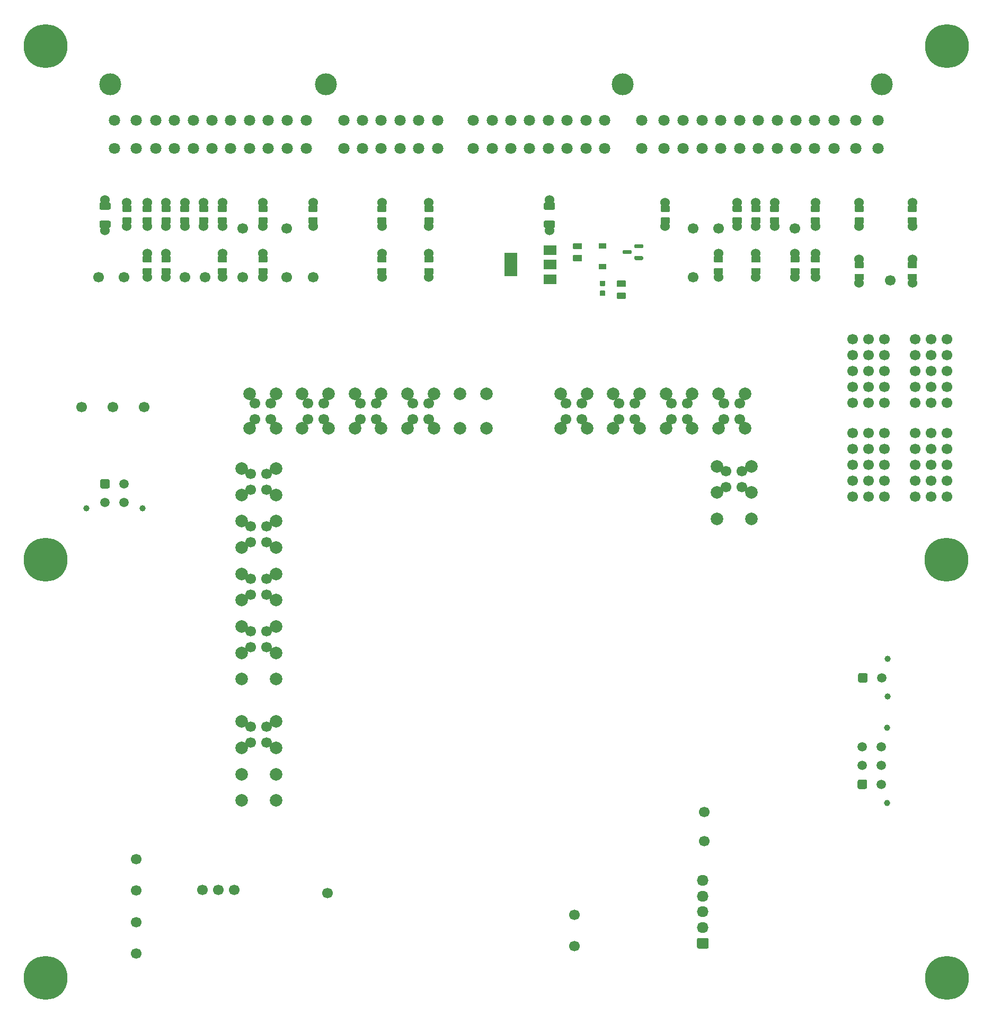
<source format=gts>
G04 #@! TF.GenerationSoftware,KiCad,Pcbnew,7.0.11-7.0.11~ubuntu22.04.1*
G04 #@! TF.CreationDate,2024-03-13T00:30:15+00:00*
G04 #@! TF.ProjectId,uaefi-adapter-NA-90-95,75616566-692d-4616-9461-707465722d4e,rev?*
G04 #@! TF.SameCoordinates,Original*
G04 #@! TF.FileFunction,Soldermask,Top*
G04 #@! TF.FilePolarity,Negative*
%FSLAX46Y46*%
G04 Gerber Fmt 4.6, Leading zero omitted, Abs format (unit mm)*
G04 Created by KiCad (PCBNEW 7.0.11-7.0.11~ubuntu22.04.1) date 2024-03-13 00:30:15*
%MOMM*%
%LPD*%
G01*
G04 APERTURE LIST*
%ADD10C,1.524000*%
%ADD11C,1.700000*%
%ADD12C,1.000000*%
%ADD13C,1.500000*%
%ADD14C,7.000000*%
%ADD15C,3.500120*%
%ADD16C,1.800000*%
%ADD17C,2.000000*%
%ADD18O,1.850000X1.700000*%
%ADD19R,2.000000X1.500000*%
%ADD20R,2.000000X3.800000*%
G04 APERTURE END LIST*
D10*
G04 #@! TO.C,R17*
X30750000Y125595000D03*
G36*
G01*
X31375000Y126049999D02*
X30125000Y126049999D01*
G75*
G02*
X30025000Y126149999I0J100000D01*
G01*
X30025000Y126949999D01*
G75*
G02*
X30125000Y127049999I100000J0D01*
G01*
X31375000Y127049999D01*
G75*
G02*
X31475000Y126949999I0J-100000D01*
G01*
X31475000Y126149999D01*
G75*
G02*
X31375000Y126049999I-100000J0D01*
G01*
G37*
G36*
G01*
X31375000Y127950021D02*
X30125000Y127950021D01*
G75*
G02*
X30025000Y128050021I0J100000D01*
G01*
X30025000Y128850021D01*
G75*
G02*
X30125000Y128950021I100000J0D01*
G01*
X31375000Y128950021D01*
G75*
G02*
X31475000Y128850021I0J-100000D01*
G01*
X31475000Y128050021D01*
G75*
G02*
X31375000Y127950021I-100000J0D01*
G01*
G37*
X30750000Y129405000D03*
G04 #@! TD*
G04 #@! TO.C,R15*
X24750000Y125595000D03*
G36*
G01*
X25375000Y126049999D02*
X24125000Y126049999D01*
G75*
G02*
X24025000Y126149999I0J100000D01*
G01*
X24025000Y126949999D01*
G75*
G02*
X24125000Y127049999I100000J0D01*
G01*
X25375000Y127049999D01*
G75*
G02*
X25475000Y126949999I0J-100000D01*
G01*
X25475000Y126149999D01*
G75*
G02*
X25375000Y126049999I-100000J0D01*
G01*
G37*
G36*
G01*
X25375000Y127950021D02*
X24125000Y127950021D01*
G75*
G02*
X24025000Y128050021I0J100000D01*
G01*
X24025000Y128850021D01*
G75*
G02*
X24125000Y128950021I100000J0D01*
G01*
X25375000Y128950021D01*
G75*
G02*
X25475000Y128850021I0J-100000D01*
G01*
X25475000Y128050021D01*
G75*
G02*
X25375000Y127950021I-100000J0D01*
G01*
G37*
X24750000Y129405000D03*
G04 #@! TD*
D11*
G04 #@! TO.C,P11*
X48250000Y117500000D03*
G04 #@! TD*
D10*
G04 #@! TO.C,R58*
X119000000Y125595000D03*
G36*
G01*
X119625000Y126049999D02*
X118375000Y126049999D01*
G75*
G02*
X118275000Y126149999I0J100000D01*
G01*
X118275000Y126949999D01*
G75*
G02*
X118375000Y127049999I100000J0D01*
G01*
X119625000Y127049999D01*
G75*
G02*
X119725000Y126949999I0J-100000D01*
G01*
X119725000Y126149999D01*
G75*
G02*
X119625000Y126049999I-100000J0D01*
G01*
G37*
G36*
G01*
X119625000Y127950021D02*
X118375000Y127950021D01*
G75*
G02*
X118275000Y128050021I0J100000D01*
G01*
X118275000Y128850021D01*
G75*
G02*
X118375000Y128950021I100000J0D01*
G01*
X119625000Y128950021D01*
G75*
G02*
X119725000Y128850021I0J-100000D01*
G01*
X119725000Y128050021D01*
G75*
G02*
X119625000Y127950021I-100000J0D01*
G01*
G37*
X119000000Y129405000D03*
G04 #@! TD*
D11*
G04 #@! TO.C,P3*
X20000000Y19500000D03*
G04 #@! TD*
G04 #@! TO.C,P_D5*
X109000000Y117500000D03*
G04 #@! TD*
D10*
G04 #@! TO.C,R57*
X116000000Y125595000D03*
G36*
G01*
X116625000Y126049999D02*
X115375000Y126049999D01*
G75*
G02*
X115275000Y126149999I0J100000D01*
G01*
X115275000Y126949999D01*
G75*
G02*
X115375000Y127049999I100000J0D01*
G01*
X116625000Y127049999D01*
G75*
G02*
X116725000Y126949999I0J-100000D01*
G01*
X116725000Y126149999D01*
G75*
G02*
X116625000Y126049999I-100000J0D01*
G01*
G37*
G36*
G01*
X116625000Y127950021D02*
X115375000Y127950021D01*
G75*
G02*
X115275000Y128050021I0J100000D01*
G01*
X115275000Y128850021D01*
G75*
G02*
X115375000Y128950021I100000J0D01*
G01*
X116625000Y128950021D01*
G75*
G02*
X116725000Y128850021I0J-100000D01*
G01*
X116725000Y128050021D01*
G75*
G02*
X116625000Y127950021I-100000J0D01*
G01*
G37*
X116000000Y129405000D03*
G04 #@! TD*
G04 #@! TO.C,R22*
X48250000Y125595000D03*
G36*
G01*
X48875000Y126049999D02*
X47625000Y126049999D01*
G75*
G02*
X47525000Y126149999I0J100000D01*
G01*
X47525000Y126949999D01*
G75*
G02*
X47625000Y127049999I100000J0D01*
G01*
X48875000Y127049999D01*
G75*
G02*
X48975000Y126949999I0J-100000D01*
G01*
X48975000Y126149999D01*
G75*
G02*
X48875000Y126049999I-100000J0D01*
G01*
G37*
G36*
G01*
X48875000Y127950021D02*
X47625000Y127950021D01*
G75*
G02*
X47525000Y128050021I0J100000D01*
G01*
X47525000Y128850021D01*
G75*
G02*
X47625000Y128950021I100000J0D01*
G01*
X48875000Y128950021D01*
G75*
G02*
X48975000Y128850021I0J-100000D01*
G01*
X48975000Y128050021D01*
G75*
G02*
X48875000Y127950021I-100000J0D01*
G01*
G37*
X48250000Y129405000D03*
G04 #@! TD*
G04 #@! TO.C,R46*
X125250000Y117500000D03*
G36*
G01*
X125875000Y117954999D02*
X124625000Y117954999D01*
G75*
G02*
X124525000Y118054999I0J100000D01*
G01*
X124525000Y118854999D01*
G75*
G02*
X124625000Y118954999I100000J0D01*
G01*
X125875000Y118954999D01*
G75*
G02*
X125975000Y118854999I0J-100000D01*
G01*
X125975000Y118054999D01*
G75*
G02*
X125875000Y117954999I-100000J0D01*
G01*
G37*
G36*
G01*
X125875000Y119855021D02*
X124625000Y119855021D01*
G75*
G02*
X124525000Y119955021I0J100000D01*
G01*
X124525000Y120755021D01*
G75*
G02*
X124625000Y120855021I100000J0D01*
G01*
X125875000Y120855021D01*
G75*
G02*
X125975000Y120755021I0J-100000D01*
G01*
X125975000Y119955021D01*
G75*
G02*
X125875000Y119855021I-100000J0D01*
G01*
G37*
X125250000Y121310000D03*
G04 #@! TD*
G04 #@! TO.C,R9*
X40250000Y117500000D03*
G36*
G01*
X40875000Y117954999D02*
X39625000Y117954999D01*
G75*
G02*
X39525000Y118054999I0J100000D01*
G01*
X39525000Y118854999D01*
G75*
G02*
X39625000Y118954999I100000J0D01*
G01*
X40875000Y118954999D01*
G75*
G02*
X40975000Y118854999I0J-100000D01*
G01*
X40975000Y118054999D01*
G75*
G02*
X40875000Y117954999I-100000J0D01*
G01*
G37*
G36*
G01*
X40875000Y119855021D02*
X39625000Y119855021D01*
G75*
G02*
X39525000Y119955021I0J100000D01*
G01*
X39525000Y120755021D01*
G75*
G02*
X39625000Y120855021I100000J0D01*
G01*
X40875000Y120855021D01*
G75*
G02*
X40975000Y120755021I0J-100000D01*
G01*
X40975000Y119955021D01*
G75*
G02*
X40875000Y119855021I-100000J0D01*
G01*
G37*
X40250000Y121310000D03*
G04 #@! TD*
D11*
G04 #@! TO.C,P12*
X14000000Y117500000D03*
G04 #@! TD*
D10*
G04 #@! TO.C,R49_51*
X135500000Y116595000D03*
G36*
G01*
X136125000Y117049999D02*
X134875000Y117049999D01*
G75*
G02*
X134775000Y117149999I0J100000D01*
G01*
X134775000Y117949999D01*
G75*
G02*
X134875000Y118049999I100000J0D01*
G01*
X136125000Y118049999D01*
G75*
G02*
X136225000Y117949999I0J-100000D01*
G01*
X136225000Y117149999D01*
G75*
G02*
X136125000Y117049999I-100000J0D01*
G01*
G37*
G36*
G01*
X136125000Y118950021D02*
X134875000Y118950021D01*
G75*
G02*
X134775000Y119050021I0J100000D01*
G01*
X134775000Y119850021D01*
G75*
G02*
X134875000Y119950021I100000J0D01*
G01*
X136125000Y119950021D01*
G75*
G02*
X136225000Y119850021I0J-100000D01*
G01*
X136225000Y119050021D01*
G75*
G02*
X136125000Y118950021I-100000J0D01*
G01*
G37*
X135500000Y120405000D03*
G04 #@! TD*
D11*
G04 #@! TO.C,P63*
X140500000Y117000000D03*
G04 #@! TD*
G04 #@! TO.C,P9*
X20000000Y9500000D03*
G04 #@! TD*
D10*
G04 #@! TO.C,R3*
X21750000Y117500000D03*
G36*
G01*
X22375000Y117954999D02*
X21125000Y117954999D01*
G75*
G02*
X21025000Y118054999I0J100000D01*
G01*
X21025000Y118854999D01*
G75*
G02*
X21125000Y118954999I100000J0D01*
G01*
X22375000Y118954999D01*
G75*
G02*
X22475000Y118854999I0J-100000D01*
G01*
X22475000Y118054999D01*
G75*
G02*
X22375000Y117954999I-100000J0D01*
G01*
G37*
G36*
G01*
X22375000Y119855021D02*
X21125000Y119855021D01*
G75*
G02*
X21025000Y119955021I0J100000D01*
G01*
X21025000Y120755021D01*
G75*
G02*
X21125000Y120855021I100000J0D01*
G01*
X22375000Y120855021D01*
G75*
G02*
X22475000Y120755021I0J-100000D01*
G01*
X22475000Y119955021D01*
G75*
G02*
X22375000Y119855021I-100000J0D01*
G01*
G37*
X21750000Y121310000D03*
G04 #@! TD*
G04 #@! TO.C,R18*
X33750000Y125595000D03*
G36*
G01*
X34375000Y126049999D02*
X33125000Y126049999D01*
G75*
G02*
X33025000Y126149999I0J100000D01*
G01*
X33025000Y126949999D01*
G75*
G02*
X33125000Y127049999I100000J0D01*
G01*
X34375000Y127049999D01*
G75*
G02*
X34475000Y126949999I0J-100000D01*
G01*
X34475000Y126149999D01*
G75*
G02*
X34375000Y126049999I-100000J0D01*
G01*
G37*
G36*
G01*
X34375000Y127950021D02*
X33125000Y127950021D01*
G75*
G02*
X33025000Y128050021I0J100000D01*
G01*
X33025000Y128850021D01*
G75*
G02*
X33125000Y128950021I100000J0D01*
G01*
X34375000Y128950021D01*
G75*
G02*
X34475000Y128850021I0J-100000D01*
G01*
X34475000Y128050021D01*
G75*
G02*
X34375000Y127950021I-100000J0D01*
G01*
G37*
X33750000Y129405000D03*
G04 #@! TD*
D11*
G04 #@! TO.C,P6*
X31000000Y117500000D03*
G04 #@! TD*
D10*
G04 #@! TO.C,R20*
X40250000Y125595000D03*
G36*
G01*
X40875000Y126049999D02*
X39625000Y126049999D01*
G75*
G02*
X39525000Y126149999I0J100000D01*
G01*
X39525000Y126949999D01*
G75*
G02*
X39625000Y127049999I100000J0D01*
G01*
X40875000Y127049999D01*
G75*
G02*
X40975000Y126949999I0J-100000D01*
G01*
X40975000Y126149999D01*
G75*
G02*
X40875000Y126049999I-100000J0D01*
G01*
G37*
G36*
G01*
X40875000Y127950021D02*
X39625000Y127950021D01*
G75*
G02*
X39525000Y128050021I0J100000D01*
G01*
X39525000Y128850021D01*
G75*
G02*
X39625000Y128950021I100000J0D01*
G01*
X40875000Y128950021D01*
G75*
G02*
X40975000Y128850021I0J-100000D01*
G01*
X40975000Y128050021D01*
G75*
G02*
X40875000Y127950021I-100000J0D01*
G01*
G37*
X40250000Y129405000D03*
G04 #@! TD*
G04 #@! TO.C,D1*
G36*
G01*
X93990000Y122950000D02*
X95010000Y122950000D01*
G75*
G02*
X95100000Y122860000I0J-90000D01*
G01*
X95100000Y122140000D01*
G75*
G02*
X95010000Y122050000I-90000J0D01*
G01*
X93990000Y122050000D01*
G75*
G02*
X93900000Y122140000I0J90000D01*
G01*
X93900000Y122860000D01*
G75*
G02*
X93990000Y122950000I90000J0D01*
G01*
G37*
G36*
G01*
X93990000Y119650000D02*
X95010000Y119650000D01*
G75*
G02*
X95100000Y119560000I0J-90000D01*
G01*
X95100000Y118840000D01*
G75*
G02*
X95010000Y118750000I-90000J0D01*
G01*
X93990000Y118750000D01*
G75*
G02*
X93900000Y118840000I0J90000D01*
G01*
X93900000Y119560000D01*
G75*
G02*
X93990000Y119650000I90000J0D01*
G01*
G37*
G04 #@! TD*
D12*
G04 #@! TO.C,J2*
X12000000Y80560000D03*
X21000000Y80560000D03*
G36*
G01*
X14250000Y84000001D02*
X14250000Y84999999D01*
G75*
G02*
X14500001Y85250000I250001J0D01*
G01*
X15499999Y85250000D01*
G75*
G02*
X15750000Y84999999I0J-250001D01*
G01*
X15750000Y84000001D01*
G75*
G02*
X15499999Y83750000I-250001J0D01*
G01*
X14500001Y83750000D01*
G75*
G02*
X14250000Y84000001I0J250001D01*
G01*
G37*
D13*
X18000000Y84500000D03*
X15000000Y81500000D03*
X18000000Y81500000D03*
G04 #@! TD*
D10*
G04 #@! TO.C,R46_61*
X122000000Y125595000D03*
G36*
G01*
X122625000Y126049999D02*
X121375000Y126049999D01*
G75*
G02*
X121275000Y126149999I0J100000D01*
G01*
X121275000Y126949999D01*
G75*
G02*
X121375000Y127049999I100000J0D01*
G01*
X122625000Y127049999D01*
G75*
G02*
X122725000Y126949999I0J-100000D01*
G01*
X122725000Y126149999D01*
G75*
G02*
X122625000Y126049999I-100000J0D01*
G01*
G37*
G36*
G01*
X122625000Y127950021D02*
X121375000Y127950021D01*
G75*
G02*
X121275000Y128050021I0J100000D01*
G01*
X121275000Y128850021D01*
G75*
G02*
X121375000Y128950021I100000J0D01*
G01*
X122625000Y128950021D01*
G75*
G02*
X122725000Y128850021I0J-100000D01*
G01*
X122725000Y128050021D01*
G75*
G02*
X122625000Y127950021I-100000J0D01*
G01*
G37*
X122000000Y129405000D03*
G04 #@! TD*
G04 #@! TO.C,R45*
X119000000Y117500000D03*
G36*
G01*
X119625000Y117954999D02*
X118375000Y117954999D01*
G75*
G02*
X118275000Y118054999I0J100000D01*
G01*
X118275000Y118854999D01*
G75*
G02*
X118375000Y118954999I100000J0D01*
G01*
X119625000Y118954999D01*
G75*
G02*
X119725000Y118854999I0J-100000D01*
G01*
X119725000Y118054999D01*
G75*
G02*
X119625000Y117954999I-100000J0D01*
G01*
G37*
G36*
G01*
X119625000Y119855021D02*
X118375000Y119855021D01*
G75*
G02*
X118275000Y119955021I0J100000D01*
G01*
X118275000Y120755021D01*
G75*
G02*
X118375000Y120855021I100000J0D01*
G01*
X119625000Y120855021D01*
G75*
G02*
X119725000Y120755021I0J-100000D01*
G01*
X119725000Y119955021D01*
G75*
G02*
X119625000Y119855021I-100000J0D01*
G01*
G37*
X119000000Y121310000D03*
G04 #@! TD*
D11*
G04 #@! TO.C,P_C11*
X21250000Y96750000D03*
G04 #@! TD*
G04 #@! TO.C,P10*
X44000000Y117500000D03*
G04 #@! TD*
D10*
G04 #@! TO.C,R51*
X144000000Y116595000D03*
G36*
G01*
X144625000Y117049999D02*
X143375000Y117049999D01*
G75*
G02*
X143275000Y117149999I0J100000D01*
G01*
X143275000Y117949999D01*
G75*
G02*
X143375000Y118049999I100000J0D01*
G01*
X144625000Y118049999D01*
G75*
G02*
X144725000Y117949999I0J-100000D01*
G01*
X144725000Y117149999D01*
G75*
G02*
X144625000Y117049999I-100000J0D01*
G01*
G37*
G36*
G01*
X144625000Y118950021D02*
X143375000Y118950021D01*
G75*
G02*
X143275000Y119050021I0J100000D01*
G01*
X143275000Y119850021D01*
G75*
G02*
X143375000Y119950021I100000J0D01*
G01*
X144625000Y119950021D01*
G75*
G02*
X144725000Y119850021I0J-100000D01*
G01*
X144725000Y119050021D01*
G75*
G02*
X144625000Y118950021I-100000J0D01*
G01*
G37*
X144000000Y120405000D03*
G04 #@! TD*
D11*
G04 #@! TO.C,G9*
X144460000Y97420000D03*
X144460000Y99960000D03*
X144460000Y102500000D03*
X144460000Y105040000D03*
X144460000Y107580000D03*
X147000000Y97420000D03*
X147000000Y99960000D03*
X147000000Y102500000D03*
X147000000Y105040000D03*
X147000000Y107580000D03*
X149540000Y97420000D03*
X149540000Y99960000D03*
X149540000Y102500000D03*
X149540000Y105040000D03*
X149540000Y107580000D03*
G04 #@! TD*
D10*
G04 #@! TO.C,R43*
X113000000Y117500000D03*
G36*
G01*
X113625000Y117954999D02*
X112375000Y117954999D01*
G75*
G02*
X112275000Y118054999I0J100000D01*
G01*
X112275000Y118854999D01*
G75*
G02*
X112375000Y118954999I100000J0D01*
G01*
X113625000Y118954999D01*
G75*
G02*
X113725000Y118854999I0J-100000D01*
G01*
X113725000Y118054999D01*
G75*
G02*
X113625000Y117954999I-100000J0D01*
G01*
G37*
G36*
G01*
X113625000Y119855021D02*
X112375000Y119855021D01*
G75*
G02*
X112275000Y119955021I0J100000D01*
G01*
X112275000Y120755021D01*
G75*
G02*
X112375000Y120855021I100000J0D01*
G01*
X113625000Y120855021D01*
G75*
G02*
X113725000Y120755021I0J-100000D01*
G01*
X113725000Y119955021D01*
G75*
G02*
X113625000Y119855021I-100000J0D01*
G01*
G37*
X113000000Y121310000D03*
G04 #@! TD*
G04 #@! TO.C,D2*
G36*
G01*
X101025000Y120700000D02*
X101025000Y120400000D01*
G75*
G02*
X100875000Y120250000I-150000J0D01*
G01*
X99700000Y120250000D01*
G75*
G02*
X99550000Y120400000I0J150000D01*
G01*
X99550000Y120700000D01*
G75*
G02*
X99700000Y120850000I150000J0D01*
G01*
X100875000Y120850000D01*
G75*
G02*
X101025000Y120700000I0J-150000D01*
G01*
G37*
G36*
G01*
X99150000Y121650000D02*
X99150000Y121350000D01*
G75*
G02*
X99000000Y121200000I-150000J0D01*
G01*
X97825000Y121200000D01*
G75*
G02*
X97675000Y121350000I0J150000D01*
G01*
X97675000Y121650000D01*
G75*
G02*
X97825000Y121800000I150000J0D01*
G01*
X99000000Y121800000D01*
G75*
G02*
X99150000Y121650000I0J-150000D01*
G01*
G37*
G36*
G01*
X101025000Y122600000D02*
X101025000Y122300000D01*
G75*
G02*
X100875000Y122150000I-150000J0D01*
G01*
X99700000Y122150000D01*
G75*
G02*
X99550000Y122300000I0J150000D01*
G01*
X99550000Y122600000D01*
G75*
G02*
X99700000Y122750000I150000J0D01*
G01*
X100875000Y122750000D01*
G75*
G02*
X101025000Y122600000I0J-150000D01*
G01*
G37*
G04 #@! TD*
D12*
G04 #@! TO.C,J1*
X139940000Y33500000D03*
X139940000Y45500000D03*
G36*
G01*
X136499999Y35750000D02*
X135500001Y35750000D01*
G75*
G02*
X135250000Y36000001I0J250001D01*
G01*
X135250000Y36999999D01*
G75*
G02*
X135500001Y37250000I250001J0D01*
G01*
X136499999Y37250000D01*
G75*
G02*
X136750000Y36999999I0J-250001D01*
G01*
X136750000Y36000001D01*
G75*
G02*
X136499999Y35750000I-250001J0D01*
G01*
G37*
D13*
X136000000Y39500000D03*
X136000000Y42500000D03*
X139000000Y36500000D03*
X139000000Y39500000D03*
X139000000Y42500000D03*
G04 #@! TD*
D14*
G04 #@! TO.C,J16*
X149500001Y154400001D03*
G04 #@! TD*
G04 #@! TO.C,R1*
G36*
G01*
X89875000Y122950001D02*
X91125000Y122950001D01*
G75*
G02*
X91225000Y122850001I0J-100000D01*
G01*
X91225000Y122050001D01*
G75*
G02*
X91125000Y121950001I-100000J0D01*
G01*
X89875000Y121950001D01*
G75*
G02*
X89775000Y122050001I0J100000D01*
G01*
X89775000Y122850001D01*
G75*
G02*
X89875000Y122950001I100000J0D01*
G01*
G37*
G36*
G01*
X89875000Y121049979D02*
X91125000Y121049979D01*
G75*
G02*
X91225000Y120949979I0J-100000D01*
G01*
X91225000Y120149979D01*
G75*
G02*
X91125000Y120049979I-100000J0D01*
G01*
X89875000Y120049979D01*
G75*
G02*
X89775000Y120149979I0J100000D01*
G01*
X89775000Y120949979D01*
G75*
G02*
X89875000Y121049979I100000J0D01*
G01*
G37*
G04 #@! TD*
G04 #@! TO.C,J17*
X5500001Y72400001D03*
G04 #@! TD*
D10*
G04 #@! TO.C,R16*
X27750000Y125595000D03*
G36*
G01*
X28375000Y126049999D02*
X27125000Y126049999D01*
G75*
G02*
X27025000Y126149999I0J100000D01*
G01*
X27025000Y126949999D01*
G75*
G02*
X27125000Y127049999I100000J0D01*
G01*
X28375000Y127049999D01*
G75*
G02*
X28475000Y126949999I0J-100000D01*
G01*
X28475000Y126149999D01*
G75*
G02*
X28375000Y126049999I-100000J0D01*
G01*
G37*
G36*
G01*
X28375000Y127950021D02*
X27125000Y127950021D01*
G75*
G02*
X27025000Y128050021I0J100000D01*
G01*
X27025000Y128850021D01*
G75*
G02*
X27125000Y128950021I100000J0D01*
G01*
X28375000Y128950021D01*
G75*
G02*
X28475000Y128850021I0J-100000D01*
G01*
X28475000Y128050021D01*
G75*
G02*
X28375000Y127950021I-100000J0D01*
G01*
G37*
X27750000Y129405000D03*
G04 #@! TD*
G04 #@! TO.C,R48*
X128500000Y117500000D03*
G36*
G01*
X129125000Y117954999D02*
X127875000Y117954999D01*
G75*
G02*
X127775000Y118054999I0J100000D01*
G01*
X127775000Y118854999D01*
G75*
G02*
X127875000Y118954999I100000J0D01*
G01*
X129125000Y118954999D01*
G75*
G02*
X129225000Y118854999I0J-100000D01*
G01*
X129225000Y118054999D01*
G75*
G02*
X129125000Y117954999I-100000J0D01*
G01*
G37*
G36*
G01*
X129125000Y119855021D02*
X127875000Y119855021D01*
G75*
G02*
X127775000Y119955021I0J100000D01*
G01*
X127775000Y120755021D01*
G75*
G02*
X127875000Y120855021I100000J0D01*
G01*
X129125000Y120855021D01*
G75*
G02*
X129225000Y120755021I0J-100000D01*
G01*
X129225000Y119955021D01*
G75*
G02*
X129125000Y119855021I-100000J0D01*
G01*
G37*
X128500000Y121310000D03*
G04 #@! TD*
G04 #@! TO.C,C1*
G36*
G01*
X94840000Y114494998D02*
X94160000Y114494998D01*
G75*
G02*
X94075000Y114579998I0J85000D01*
G01*
X94075000Y115259998D01*
G75*
G02*
X94160000Y115344998I85000J0D01*
G01*
X94840000Y115344998D01*
G75*
G02*
X94925000Y115259998I0J-85000D01*
G01*
X94925000Y114579998D01*
G75*
G02*
X94840000Y114494998I-85000J0D01*
G01*
G37*
G36*
G01*
X94840000Y116075000D02*
X94160000Y116075000D01*
G75*
G02*
X94075000Y116160000I0J85000D01*
G01*
X94075000Y116840000D01*
G75*
G02*
X94160000Y116925000I85000J0D01*
G01*
X94840000Y116925000D01*
G75*
G02*
X94925000Y116840000I0J-85000D01*
G01*
X94925000Y116160000D01*
G75*
G02*
X94840000Y116075000I-85000J0D01*
G01*
G37*
G04 #@! TD*
G04 #@! TO.C,R14*
X21750000Y125595000D03*
G36*
G01*
X22375000Y126049999D02*
X21125000Y126049999D01*
G75*
G02*
X21025000Y126149999I0J100000D01*
G01*
X21025000Y126949999D01*
G75*
G02*
X21125000Y127049999I100000J0D01*
G01*
X22375000Y127049999D01*
G75*
G02*
X22475000Y126949999I0J-100000D01*
G01*
X22475000Y126149999D01*
G75*
G02*
X22375000Y126049999I-100000J0D01*
G01*
G37*
G36*
G01*
X22375000Y127950021D02*
X21125000Y127950021D01*
G75*
G02*
X21025000Y128050021I0J100000D01*
G01*
X21025000Y128850021D01*
G75*
G02*
X21125000Y128950021I100000J0D01*
G01*
X22375000Y128950021D01*
G75*
G02*
X22475000Y128850021I0J-100000D01*
G01*
X22475000Y128050021D01*
G75*
G02*
X22375000Y127950021I-100000J0D01*
G01*
G37*
X21750000Y129405000D03*
G04 #@! TD*
G04 #@! TO.C,R68*
X59250000Y117500000D03*
G36*
G01*
X59875000Y117954999D02*
X58625000Y117954999D01*
G75*
G02*
X58525000Y118054999I0J100000D01*
G01*
X58525000Y118854999D01*
G75*
G02*
X58625000Y118954999I100000J0D01*
G01*
X59875000Y118954999D01*
G75*
G02*
X59975000Y118854999I0J-100000D01*
G01*
X59975000Y118054999D01*
G75*
G02*
X59875000Y117954999I-100000J0D01*
G01*
G37*
G36*
G01*
X59875000Y119855021D02*
X58625000Y119855021D01*
G75*
G02*
X58525000Y119955021I0J100000D01*
G01*
X58525000Y120755021D01*
G75*
G02*
X58625000Y120855021I100000J0D01*
G01*
X59875000Y120855021D01*
G75*
G02*
X59975000Y120755021I0J-100000D01*
G01*
X59975000Y119955021D01*
G75*
G02*
X59875000Y119855021I-100000J0D01*
G01*
G37*
X59250000Y121310000D03*
G04 #@! TD*
D11*
G04 #@! TO.C,P2*
X18000000Y117500000D03*
G04 #@! TD*
G04 #@! TO.C,P_C12*
X16250000Y96750000D03*
G04 #@! TD*
D10*
G04 #@! TO.C,F12*
X15000000Y129855000D03*
G36*
G01*
X14100000Y128510010D02*
X14100000Y129200010D01*
G75*
G02*
X14330000Y129430010I230000J0D01*
G01*
X15670000Y129430010D01*
G75*
G02*
X15900000Y129200010I0J-230000D01*
G01*
X15900000Y128510010D01*
G75*
G02*
X15670000Y128280010I-230000J0D01*
G01*
X14330000Y128280010D01*
G75*
G02*
X14100000Y128510010I0J230000D01*
G01*
G37*
G36*
G01*
X14100000Y125609990D02*
X14100000Y126299990D01*
G75*
G02*
X14330000Y126529990I230000J0D01*
G01*
X15670000Y126529990D01*
G75*
G02*
X15900000Y126299990I0J-230000D01*
G01*
X15900000Y125609990D01*
G75*
G02*
X15670000Y125379990I-230000J0D01*
G01*
X14330000Y125379990D01*
G75*
G02*
X14100000Y125609990I0J230000D01*
G01*
G37*
X15000000Y124955000D03*
G04 #@! TD*
D11*
G04 #@! TO.C,P55*
X109000000Y125250000D03*
G04 #@! TD*
D10*
G04 #@! TO.C,R4*
X24750000Y117500000D03*
G36*
G01*
X25375000Y117954999D02*
X24125000Y117954999D01*
G75*
G02*
X24025000Y118054999I0J100000D01*
G01*
X24025000Y118854999D01*
G75*
G02*
X24125000Y118954999I100000J0D01*
G01*
X25375000Y118954999D01*
G75*
G02*
X25475000Y118854999I0J-100000D01*
G01*
X25475000Y118054999D01*
G75*
G02*
X25375000Y117954999I-100000J0D01*
G01*
G37*
G36*
G01*
X25375000Y119855021D02*
X24125000Y119855021D01*
G75*
G02*
X24025000Y119955021I0J100000D01*
G01*
X24025000Y120755021D01*
G75*
G02*
X24125000Y120855021I100000J0D01*
G01*
X25375000Y120855021D01*
G75*
G02*
X25475000Y120755021I0J-100000D01*
G01*
X25475000Y119955021D01*
G75*
G02*
X25375000Y119855021I-100000J0D01*
G01*
G37*
X24750000Y121310000D03*
G04 #@! TD*
D11*
G04 #@! TO.C,G8*
X134460000Y97420000D03*
X134460000Y99960000D03*
X134460000Y102500000D03*
X134460000Y105040000D03*
X134460000Y107580000D03*
X137000000Y97420000D03*
X137000000Y99960000D03*
X137000000Y102500000D03*
X137000000Y105040000D03*
X137000000Y107580000D03*
X139540000Y97420000D03*
X139540000Y99960000D03*
X139540000Y102500000D03*
X139540000Y105040000D03*
X139540000Y107580000D03*
G04 #@! TD*
D10*
G04 #@! TO.C,R74*
X59250000Y125595000D03*
G36*
G01*
X59875000Y126049999D02*
X58625000Y126049999D01*
G75*
G02*
X58525000Y126149999I0J100000D01*
G01*
X58525000Y126949999D01*
G75*
G02*
X58625000Y127049999I100000J0D01*
G01*
X59875000Y127049999D01*
G75*
G02*
X59975000Y126949999I0J-100000D01*
G01*
X59975000Y126149999D01*
G75*
G02*
X59875000Y126049999I-100000J0D01*
G01*
G37*
G36*
G01*
X59875000Y127950021D02*
X58625000Y127950021D01*
G75*
G02*
X58525000Y128050021I0J100000D01*
G01*
X58525000Y128850021D01*
G75*
G02*
X58625000Y128950021I100000J0D01*
G01*
X59875000Y128950021D01*
G75*
G02*
X59975000Y128850021I0J-100000D01*
G01*
X59975000Y128050021D01*
G75*
G02*
X59875000Y127950021I-100000J0D01*
G01*
G37*
X59250000Y129405000D03*
G04 #@! TD*
D11*
G04 #@! TO.C,G10*
X134460000Y82420000D03*
X134460000Y84960000D03*
X134460000Y87500000D03*
X134460000Y90040000D03*
X134460000Y92580000D03*
X137000000Y82420000D03*
X137000000Y84960000D03*
X137000000Y87500000D03*
X137000000Y90040000D03*
X137000000Y92580000D03*
X139540000Y82420000D03*
X139540000Y84960000D03*
X139540000Y87500000D03*
X139540000Y90040000D03*
X139540000Y92580000D03*
G04 #@! TD*
D15*
G04 #@! TO.C,P1*
X15840981Y148279761D03*
X50290981Y148279761D03*
X97690981Y148279761D03*
X139140981Y148279761D03*
D16*
X16490981Y138079121D03*
X19988561Y138079121D03*
X23089901Y138079121D03*
X26089641Y138079121D03*
X29089381Y138079121D03*
X32089121Y138079121D03*
X35088861Y138079121D03*
X38088601Y138079121D03*
X41088341Y138079121D03*
X44088081Y138079121D03*
X47189421Y138079121D03*
X16490981Y142580001D03*
X19988561Y142580001D03*
X23089901Y142580001D03*
X26089641Y142580001D03*
X29089381Y142580001D03*
X32089121Y142580001D03*
X35088861Y142580001D03*
X38088601Y142580001D03*
X41088341Y142580001D03*
X44088081Y142580001D03*
X47189421Y142580001D03*
X73840981Y138079121D03*
X76840721Y138079121D03*
X79840461Y138079121D03*
X82840201Y138079121D03*
X85842481Y138079121D03*
X88842221Y138079121D03*
X91841961Y138079121D03*
X94841701Y138079121D03*
X73840981Y142580001D03*
X76840721Y142580001D03*
X79840461Y142580001D03*
X82840201Y142580001D03*
X85842481Y142580001D03*
X88842221Y142580001D03*
X91841961Y142580001D03*
X94841701Y142580001D03*
X100787841Y138079121D03*
X104287961Y138079121D03*
X107391841Y138079121D03*
X110391581Y138079121D03*
X113391321Y138079121D03*
X116391061Y138079121D03*
X119390801Y138079121D03*
X122390541Y138079121D03*
X125390281Y138079121D03*
X128390021Y138079121D03*
X131491361Y138079121D03*
X134991481Y138079121D03*
X138491601Y138079121D03*
X100787841Y142580001D03*
X104287961Y142580001D03*
X107391841Y142580001D03*
X110391581Y142580001D03*
X113391321Y142580001D03*
X116391061Y142580001D03*
X119390801Y142580001D03*
X122390541Y142580001D03*
X125390281Y142580001D03*
X128390021Y142580001D03*
X131491361Y142580001D03*
X134991481Y142580001D03*
X138491601Y142580001D03*
X53140981Y138079121D03*
X56140721Y138079121D03*
X59140461Y138079121D03*
X62140201Y138079121D03*
X65142481Y138079121D03*
X68142221Y138079121D03*
X53140981Y142580001D03*
X56140721Y142580001D03*
X59140461Y142580001D03*
X62140201Y142580001D03*
X65142481Y142580001D03*
X68142221Y142580001D03*
G04 #@! TD*
D14*
G04 #@! TO.C,J15*
X149450801Y72400001D03*
G04 #@! TD*
G04 #@! TO.C,J14*
X149500001Y5600001D03*
G04 #@! TD*
D11*
G04 #@! TO.C,G11*
X144460000Y82420000D03*
X144460000Y84960000D03*
X144460000Y87500000D03*
X144460000Y90040000D03*
X144460000Y92580000D03*
X147000000Y82420000D03*
X147000000Y84960000D03*
X147000000Y87500000D03*
X147000000Y90040000D03*
X147000000Y92580000D03*
X149540000Y82420000D03*
X149540000Y84960000D03*
X149540000Y87500000D03*
X149540000Y90040000D03*
X149540000Y92580000D03*
G04 #@! TD*
G04 #@! TO.C,P56*
X113000000Y125250000D03*
G04 #@! TD*
D10*
G04 #@! TO.C,R7*
X33750000Y117500000D03*
G36*
G01*
X34375000Y117954999D02*
X33125000Y117954999D01*
G75*
G02*
X33025000Y118054999I0J100000D01*
G01*
X33025000Y118854999D01*
G75*
G02*
X33125000Y118954999I100000J0D01*
G01*
X34375000Y118954999D01*
G75*
G02*
X34475000Y118854999I0J-100000D01*
G01*
X34475000Y118054999D01*
G75*
G02*
X34375000Y117954999I-100000J0D01*
G01*
G37*
G36*
G01*
X34375000Y119855021D02*
X33125000Y119855021D01*
G75*
G02*
X33025000Y119955021I0J100000D01*
G01*
X33025000Y120755021D01*
G75*
G02*
X33125000Y120855021I100000J0D01*
G01*
X34375000Y120855021D01*
G75*
G02*
X34475000Y120755021I0J-100000D01*
G01*
X34475000Y119955021D01*
G75*
G02*
X34375000Y119855021I-100000J0D01*
G01*
G37*
X33750000Y121310000D03*
G04 #@! TD*
G04 #@! TO.C,R62_64*
X135500000Y125595000D03*
G36*
G01*
X136125000Y126049999D02*
X134875000Y126049999D01*
G75*
G02*
X134775000Y126149999I0J100000D01*
G01*
X134775000Y126949999D01*
G75*
G02*
X134875000Y127049999I100000J0D01*
G01*
X136125000Y127049999D01*
G75*
G02*
X136225000Y126949999I0J-100000D01*
G01*
X136225000Y126149999D01*
G75*
G02*
X136125000Y126049999I-100000J0D01*
G01*
G37*
G36*
G01*
X136125000Y127950021D02*
X134875000Y127950021D01*
G75*
G02*
X134775000Y128050021I0J100000D01*
G01*
X134775000Y128850021D01*
G75*
G02*
X134875000Y128950021I100000J0D01*
G01*
X136125000Y128950021D01*
G75*
G02*
X136225000Y128850021I0J-100000D01*
G01*
X136225000Y128050021D01*
G75*
G02*
X136125000Y127950021I-100000J0D01*
G01*
G37*
X135500000Y129405000D03*
G04 #@! TD*
D17*
G04 #@! TO.C,M1*
X36800126Y33912563D03*
X36800126Y38112563D03*
X36800126Y42312563D03*
D11*
X38300126Y43162563D03*
D17*
X36800126Y46512563D03*
D11*
X38300126Y45702563D03*
D17*
X42300126Y33912563D03*
X42300126Y38112563D03*
D11*
X40840126Y43162563D03*
D17*
X42300126Y42312563D03*
D11*
X40840126Y45702563D03*
D17*
X42300126Y46512563D03*
X36800126Y53312563D03*
X36800126Y57512563D03*
D11*
X38300126Y58362563D03*
D17*
X36800126Y61712563D03*
D11*
X38300126Y60902563D03*
D17*
X36800126Y65912563D03*
D11*
X38300126Y66762563D03*
D17*
X36800126Y70112563D03*
D11*
X38300126Y69302563D03*
D17*
X36800126Y74312563D03*
D11*
X38300126Y75162563D03*
D17*
X36800126Y78512563D03*
D11*
X38300126Y77702563D03*
D17*
X36800126Y82712563D03*
D11*
X38300126Y83562563D03*
D17*
X36800126Y86912563D03*
D11*
X38300126Y86102563D03*
D17*
X42300126Y53312563D03*
D11*
X40840126Y58362563D03*
D17*
X42300126Y57512563D03*
D11*
X40840126Y60902563D03*
D17*
X42300126Y61712563D03*
D11*
X40840126Y66762563D03*
D17*
X42300126Y65912563D03*
D11*
X40840126Y69302563D03*
D17*
X42300126Y70112563D03*
D11*
X40840126Y75162563D03*
D17*
X42300126Y74312563D03*
D11*
X40840126Y77702563D03*
D17*
X42300126Y78512563D03*
D11*
X40840126Y83562563D03*
D17*
X42300126Y82712563D03*
D11*
X40840126Y86102563D03*
D17*
X42300126Y86912563D03*
X38125126Y98837563D03*
D11*
X38975126Y97337563D03*
X41515126Y97337563D03*
D17*
X42325126Y98837563D03*
X46525126Y98837563D03*
D11*
X47375126Y97337563D03*
X49915126Y97337563D03*
D17*
X50725126Y98837563D03*
X54925126Y98837563D03*
D11*
X55775126Y97337563D03*
X58315126Y97337563D03*
D17*
X59125126Y98837563D03*
X63325126Y98837563D03*
D11*
X64175126Y97337563D03*
X66715126Y97337563D03*
D17*
X67525126Y98837563D03*
X71725126Y98837563D03*
X75925126Y98837563D03*
X38125126Y93337563D03*
D11*
X38975126Y94797563D03*
X41515126Y94797563D03*
D17*
X42325126Y93337563D03*
X46525126Y93337563D03*
D11*
X47375126Y94797563D03*
X49915126Y94797563D03*
D17*
X50725126Y93337563D03*
X54925126Y93337563D03*
D11*
X55775126Y94797563D03*
X58315126Y94797563D03*
D17*
X59125126Y93337563D03*
X63325126Y93337563D03*
D11*
X64175126Y94797563D03*
X66715126Y94797563D03*
D17*
X67525126Y93337563D03*
X71725126Y93337563D03*
X75925126Y93337563D03*
X87825126Y98837563D03*
D11*
X88675126Y97337563D03*
X91215126Y97337563D03*
D17*
X92025126Y98837563D03*
X96225126Y98837563D03*
D11*
X97075126Y97337563D03*
X99615126Y97337563D03*
D17*
X100425126Y98837563D03*
X104625126Y98837563D03*
D11*
X105475126Y97337563D03*
X108015126Y97337563D03*
D17*
X108825126Y98837563D03*
X113025126Y98837563D03*
D11*
X113875126Y97337563D03*
X116415126Y97337563D03*
D17*
X117225126Y98837563D03*
X87825126Y93337563D03*
D11*
X88675126Y94797563D03*
X91215126Y94797563D03*
D17*
X92025126Y93337563D03*
X96225126Y93337563D03*
D11*
X97075126Y94797563D03*
X99615126Y94797563D03*
D17*
X100425126Y93337563D03*
X104625126Y93337563D03*
D11*
X105475126Y94797563D03*
X108015126Y94797563D03*
D17*
X108825126Y93337563D03*
X113025126Y93337563D03*
D11*
X113875126Y94797563D03*
X116415126Y94797563D03*
D17*
X117225126Y93337563D03*
D11*
X116790126Y86502563D03*
D17*
X118250126Y87312563D03*
D11*
X116790126Y83962563D03*
D17*
X118250126Y83112563D03*
X118250126Y78912563D03*
X112750126Y87312563D03*
D11*
X114250126Y86502563D03*
D17*
X112750126Y83112563D03*
D11*
X114250126Y83962563D03*
D17*
X112750126Y78912563D03*
G36*
G01*
X111200126Y10262563D02*
X109850126Y10262563D01*
G75*
G02*
X109600126Y10512563I0J250000D01*
G01*
X109600126Y11712563D01*
G75*
G02*
X109850126Y11962563I250000J0D01*
G01*
X111200126Y11962563D01*
G75*
G02*
X111450126Y11712563I0J-250000D01*
G01*
X111450126Y10512563D01*
G75*
G02*
X111200126Y10262563I-250000J0D01*
G01*
G37*
D18*
X110525126Y13612563D03*
X110525126Y16112563D03*
X110525126Y18612563D03*
X110525126Y21112563D03*
D11*
X90025126Y10612563D03*
X90025126Y15612563D03*
X110725126Y32112563D03*
X110725126Y27412563D03*
X33065126Y19612563D03*
X35605126Y19612563D03*
X30525126Y19612563D03*
X50525126Y19112563D03*
G04 #@! TD*
G04 #@! TO.C,P19*
X37000000Y125250000D03*
G04 #@! TD*
D10*
G04 #@! TO.C,R13*
X18500000Y125595000D03*
G36*
G01*
X19125000Y126049999D02*
X17875000Y126049999D01*
G75*
G02*
X17775000Y126149999I0J100000D01*
G01*
X17775000Y126949999D01*
G75*
G02*
X17875000Y127049999I100000J0D01*
G01*
X19125000Y127049999D01*
G75*
G02*
X19225000Y126949999I0J-100000D01*
G01*
X19225000Y126149999D01*
G75*
G02*
X19125000Y126049999I-100000J0D01*
G01*
G37*
G36*
G01*
X19125000Y127950021D02*
X17875000Y127950021D01*
G75*
G02*
X17775000Y128050021I0J100000D01*
G01*
X17775000Y128850021D01*
G75*
G02*
X17875000Y128950021I100000J0D01*
G01*
X19125000Y128950021D01*
G75*
G02*
X19225000Y128850021I0J-100000D01*
G01*
X19225000Y128050021D01*
G75*
G02*
X19125000Y127950021I-100000J0D01*
G01*
G37*
X18500000Y129405000D03*
G04 #@! TD*
D11*
G04 #@! TO.C,P21*
X44000000Y125250000D03*
G04 #@! TD*
D14*
G04 #@! TO.C,J13*
X5500001Y5600001D03*
G04 #@! TD*
D19*
G04 #@! TO.C,Q1*
X86150000Y117200000D03*
X86150000Y119500000D03*
X86150000Y121800000D03*
D20*
X79850000Y119500000D03*
G04 #@! TD*
D11*
G04 #@! TO.C,P7*
X20000000Y14500000D03*
G04 #@! TD*
D12*
G04 #@! TO.C,J3*
X140025000Y50500000D03*
X140025000Y56500000D03*
G36*
G01*
X136584999Y52750000D02*
X135585001Y52750000D01*
G75*
G02*
X135335000Y53000001I0J250001D01*
G01*
X135335000Y53999999D01*
G75*
G02*
X135585001Y54250000I250001J0D01*
G01*
X136584999Y54250000D01*
G75*
G02*
X136835000Y53999999I0J-250001D01*
G01*
X136835000Y53000001D01*
G75*
G02*
X136584999Y52750000I-250001J0D01*
G01*
G37*
D13*
X139085000Y53500000D03*
G04 #@! TD*
D11*
G04 #@! TO.C,P4*
X20000000Y24500000D03*
G04 #@! TD*
D10*
G04 #@! TO.C,R69*
X66750000Y117500000D03*
G36*
G01*
X67375000Y117954999D02*
X66125000Y117954999D01*
G75*
G02*
X66025000Y118054999I0J100000D01*
G01*
X66025000Y118854999D01*
G75*
G02*
X66125000Y118954999I100000J0D01*
G01*
X67375000Y118954999D01*
G75*
G02*
X67475000Y118854999I0J-100000D01*
G01*
X67475000Y118054999D01*
G75*
G02*
X67375000Y117954999I-100000J0D01*
G01*
G37*
G36*
G01*
X67375000Y119855021D02*
X66125000Y119855021D01*
G75*
G02*
X66025000Y119955021I0J100000D01*
G01*
X66025000Y120755021D01*
G75*
G02*
X66125000Y120855021I100000J0D01*
G01*
X67375000Y120855021D01*
G75*
G02*
X67475000Y120755021I0J-100000D01*
G01*
X67475000Y119955021D01*
G75*
G02*
X67375000Y119855021I-100000J0D01*
G01*
G37*
X66750000Y121310000D03*
G04 #@! TD*
G04 #@! TO.C,R61*
X128500000Y125595000D03*
G36*
G01*
X129125000Y126049999D02*
X127875000Y126049999D01*
G75*
G02*
X127775000Y126149999I0J100000D01*
G01*
X127775000Y126949999D01*
G75*
G02*
X127875000Y127049999I100000J0D01*
G01*
X129125000Y127049999D01*
G75*
G02*
X129225000Y126949999I0J-100000D01*
G01*
X129225000Y126149999D01*
G75*
G02*
X129125000Y126049999I-100000J0D01*
G01*
G37*
G36*
G01*
X129125000Y127950021D02*
X127875000Y127950021D01*
G75*
G02*
X127775000Y128050021I0J100000D01*
G01*
X127775000Y128850021D01*
G75*
G02*
X127875000Y128950021I100000J0D01*
G01*
X129125000Y128950021D01*
G75*
G02*
X129225000Y128850021I0J-100000D01*
G01*
X129225000Y128050021D01*
G75*
G02*
X129125000Y127950021I-100000J0D01*
G01*
G37*
X128500000Y129405000D03*
G04 #@! TD*
G04 #@! TO.C,R54*
X104500000Y125595000D03*
G36*
G01*
X105125000Y126049999D02*
X103875000Y126049999D01*
G75*
G02*
X103775000Y126149999I0J100000D01*
G01*
X103775000Y126949999D01*
G75*
G02*
X103875000Y127049999I100000J0D01*
G01*
X105125000Y127049999D01*
G75*
G02*
X105225000Y126949999I0J-100000D01*
G01*
X105225000Y126149999D01*
G75*
G02*
X105125000Y126049999I-100000J0D01*
G01*
G37*
G36*
G01*
X105125000Y127950021D02*
X103875000Y127950021D01*
G75*
G02*
X103775000Y128050021I0J100000D01*
G01*
X103775000Y128850021D01*
G75*
G02*
X103875000Y128950021I100000J0D01*
G01*
X105125000Y128950021D01*
G75*
G02*
X105225000Y128850021I0J-100000D01*
G01*
X105225000Y128050021D01*
G75*
G02*
X105125000Y127950021I-100000J0D01*
G01*
G37*
X104500000Y129405000D03*
G04 #@! TD*
D11*
G04 #@! TO.C,P8*
X37000000Y117500000D03*
G04 #@! TD*
G04 #@! TO.C,R25*
G36*
G01*
X96875000Y116950001D02*
X98125000Y116950001D01*
G75*
G02*
X98225000Y116850001I0J-100000D01*
G01*
X98225000Y116050001D01*
G75*
G02*
X98125000Y115950001I-100000J0D01*
G01*
X96875000Y115950001D01*
G75*
G02*
X96775000Y116050001I0J100000D01*
G01*
X96775000Y116850001D01*
G75*
G02*
X96875000Y116950001I100000J0D01*
G01*
G37*
G36*
G01*
X96875000Y115049979D02*
X98125000Y115049979D01*
G75*
G02*
X98225000Y114949979I0J-100000D01*
G01*
X98225000Y114149979D01*
G75*
G02*
X98125000Y114049979I-100000J0D01*
G01*
X96875000Y114049979D01*
G75*
G02*
X96775000Y114149979I0J100000D01*
G01*
X96775000Y114949979D01*
G75*
G02*
X96875000Y115049979I100000J0D01*
G01*
G37*
G04 #@! TD*
G04 #@! TO.C,P60*
X125250000Y125250000D03*
G04 #@! TD*
D10*
G04 #@! TO.C,R64*
X144000000Y125595000D03*
G36*
G01*
X144625000Y126049999D02*
X143375000Y126049999D01*
G75*
G02*
X143275000Y126149999I0J100000D01*
G01*
X143275000Y126949999D01*
G75*
G02*
X143375000Y127049999I100000J0D01*
G01*
X144625000Y127049999D01*
G75*
G02*
X144725000Y126949999I0J-100000D01*
G01*
X144725000Y126149999D01*
G75*
G02*
X144625000Y126049999I-100000J0D01*
G01*
G37*
G36*
G01*
X144625000Y127950021D02*
X143375000Y127950021D01*
G75*
G02*
X143275000Y128050021I0J100000D01*
G01*
X143275000Y128850021D01*
G75*
G02*
X143375000Y128950021I100000J0D01*
G01*
X144625000Y128950021D01*
G75*
G02*
X144725000Y128850021I0J-100000D01*
G01*
X144725000Y128050021D01*
G75*
G02*
X144625000Y127950021I-100000J0D01*
G01*
G37*
X144000000Y129405000D03*
G04 #@! TD*
G04 #@! TO.C,R75*
X66750000Y125595000D03*
G36*
G01*
X67375000Y126049999D02*
X66125000Y126049999D01*
G75*
G02*
X66025000Y126149999I0J100000D01*
G01*
X66025000Y126949999D01*
G75*
G02*
X66125000Y127049999I100000J0D01*
G01*
X67375000Y127049999D01*
G75*
G02*
X67475000Y126949999I0J-100000D01*
G01*
X67475000Y126149999D01*
G75*
G02*
X67375000Y126049999I-100000J0D01*
G01*
G37*
G36*
G01*
X67375000Y127950021D02*
X66125000Y127950021D01*
G75*
G02*
X66025000Y128050021I0J100000D01*
G01*
X66025000Y128850021D01*
G75*
G02*
X66125000Y128950021I100000J0D01*
G01*
X67375000Y128950021D01*
G75*
G02*
X67475000Y128850021I0J-100000D01*
G01*
X67475000Y128050021D01*
G75*
G02*
X67375000Y127950021I-100000J0D01*
G01*
G37*
X66750000Y129405000D03*
G04 #@! TD*
G04 #@! TO.C,F32*
X86000000Y129855000D03*
G36*
G01*
X85100000Y128510010D02*
X85100000Y129200010D01*
G75*
G02*
X85330000Y129430010I230000J0D01*
G01*
X86670000Y129430010D01*
G75*
G02*
X86900000Y129200010I0J-230000D01*
G01*
X86900000Y128510010D01*
G75*
G02*
X86670000Y128280010I-230000J0D01*
G01*
X85330000Y128280010D01*
G75*
G02*
X85100000Y128510010I0J230000D01*
G01*
G37*
G36*
G01*
X85100000Y125609990D02*
X85100000Y126299990D01*
G75*
G02*
X85330000Y126529990I230000J0D01*
G01*
X86670000Y126529990D01*
G75*
G02*
X86900000Y126299990I0J-230000D01*
G01*
X86900000Y125609990D01*
G75*
G02*
X86670000Y125379990I-230000J0D01*
G01*
X85330000Y125379990D01*
G75*
G02*
X85100000Y125609990I0J230000D01*
G01*
G37*
X86000000Y124955000D03*
G04 #@! TD*
D11*
G04 #@! TO.C,P_C13*
X11250000Y96750000D03*
G04 #@! TD*
G04 #@! TO.C,P5*
X27750000Y117500000D03*
G04 #@! TD*
D14*
G04 #@! TO.C,J11*
X5500001Y154400001D03*
G04 #@! TD*
M02*

</source>
